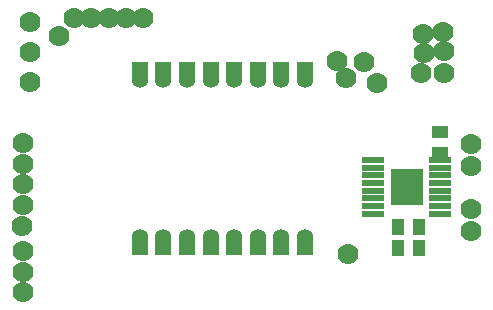
<source format=gbr>
%FSLAX35Y35*%
%MOIN*%
G04 EasyPC Gerber Version 18.0.8 Build 3632 *
%AMT89*0 Bullet Pad at angle 0*21,1,0.05331,0.06209,0,0,0*%
%ADD89T89*%
%ADD74R,0.04150X0.05724*%
%ADD91R,0.10700X0.12100*%
%ADD88C,0.05331*%
%ADD90R,0.07500X0.02400*%
%ADD28C,0.07000*%
%ADD75R,0.05724X0.04150*%
%AMT87*0 Bullet Pad at angle 180*21,1,0.05331,0.06209,0,0,180*%
%ADD87T87*%
X0Y0D02*
D02*
D28*
X4868Y26209D03*
X4993Y4244D03*
Y11108D03*
Y17972D03*
Y33323D03*
Y40437D03*
Y47051D03*
Y53791D03*
X7489Y74243D03*
Y84243D03*
Y94243D03*
X17223Y89484D03*
X22215Y95600D03*
X27831Y95724D03*
X33822D03*
X39563D03*
X45179D03*
X109702Y81247D03*
X112947Y75756D03*
X113322Y17098D03*
X118938Y80998D03*
X123056Y74009D03*
X137783Y77254D03*
X138407Y90358D03*
X138657Y83868D03*
X145146Y90857D03*
X145396Y77254D03*
Y84617D03*
X154382Y24587D03*
Y31950D03*
Y46427D03*
Y53666D03*
D02*
D74*
X129996Y18970D03*
X130121Y26084D03*
X137083Y18970D03*
X137208Y26084D03*
D02*
D75*
X144023Y50622D03*
Y57708D03*
D02*
D87*
X43999Y77958D03*
D02*
D88*
Y74854D03*
D02*
D87*
X51873Y77958D03*
D02*
D88*
Y74854D03*
D02*
D87*
X59747Y77958D03*
D02*
D88*
Y74854D03*
D02*
D87*
X67621Y77958D03*
D02*
D88*
Y74854D03*
D02*
D87*
X75495Y77958D03*
D02*
D88*
Y74854D03*
D02*
D87*
X83369Y77958D03*
D02*
D88*
Y74854D03*
D02*
D87*
X91243Y77958D03*
D02*
D88*
Y74854D03*
D02*
D87*
X99117Y77958D03*
D02*
D88*
Y74854D03*
D02*
D89*
X44033Y19531D03*
D02*
D88*
Y22635D03*
D02*
D89*
X51907Y19531D03*
D02*
D88*
Y22635D03*
D02*
D89*
X59781Y19531D03*
D02*
D88*
Y22635D03*
D02*
D89*
X67655Y19531D03*
D02*
D88*
Y22635D03*
D02*
D89*
X75529Y19531D03*
D02*
D88*
Y22635D03*
D02*
D89*
X83403Y19531D03*
D02*
D88*
Y22635D03*
D02*
D89*
X91277Y19531D03*
D02*
D88*
Y22635D03*
D02*
D89*
X99151Y19531D03*
D02*
D88*
Y22635D03*
D02*
D90*
X121941Y30313D03*
Y32913D03*
Y35513D03*
Y38013D03*
Y40613D03*
Y43113D03*
Y45713D03*
Y48313D03*
X144141Y30313D03*
Y32913D03*
Y35513D03*
Y38013D03*
Y40613D03*
Y43113D03*
Y45713D03*
Y48313D03*
D02*
D91*
X133041Y39313D03*
X0Y0D02*
M02*

</source>
